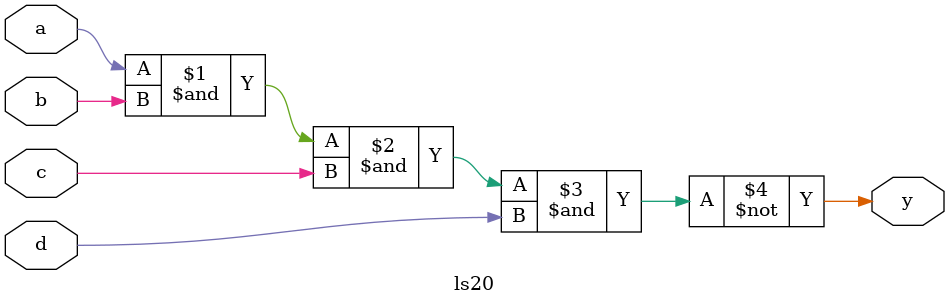
<source format=v>
/*
  MIT License

  Copyright (c) 2019 Richard Eng

  Permission is hereby granted, free of charge, to any person obtaining a copy
  of this software and associated documentation files (the "Software"), to deal
  in the Software without restriction, including without limitation the rights
  to use, copy, modify, merge, publish, distribute, sublicense, and/or sell
  copies of the Software, and to permit persons to whom the Software is
  furnished to do so, subject to the following conditions:

  The above copyright notice and this permission notice shall be included in all
  copies or substantial portions of the Software.

  THE SOFTWARE IS PROVIDED "AS IS", WITHOUT WARRANTY OF ANY KIND, EXPRESS OR
  IMPLIED, INCLUDING BUT NOT LIMITED TO THE WARRANTIES OF MERCHANTABILITY,
  FITNESS FOR A PARTICULAR PURPOSE AND NONINFRINGEMENT. IN NO EVENT SHALL THE
  AUTHORS OR COPYRIGHT HOLDERS BE LIABLE FOR ANY CLAIM, DAMAGES OR OTHER
  LIABILITY, WHETHER IN AN ACTION OF CONTRACT, TORT OR OTHERWISE, ARISING FROM,
  OUT OF OR IN CONNECTION WITH THE SOFTWARE OR THE USE OR OTHER DEALINGS IN THE
  SOFTWARE.
*/

/*
  74LS20
  ------
  Dual 4-Input NAND Gate

  Pinout
  ------
          _______
         |       |
     a1 -| 1  14 |- VCC
     b1 -| 2  13 |- d2
     NC -| 3  12 |- c2
     c1 -| 4  11 |- NC
     d1 -| 5  10 |- b2
     y1 -| 6   9 |- a2
    GND -| 7   8 |- y2
         |_______|
*/
`default_nettype none

module ls20
(
    input wire  a, b, c, d,
    output wire y
);

nand(y, a, b, c, d);

endmodule

</source>
